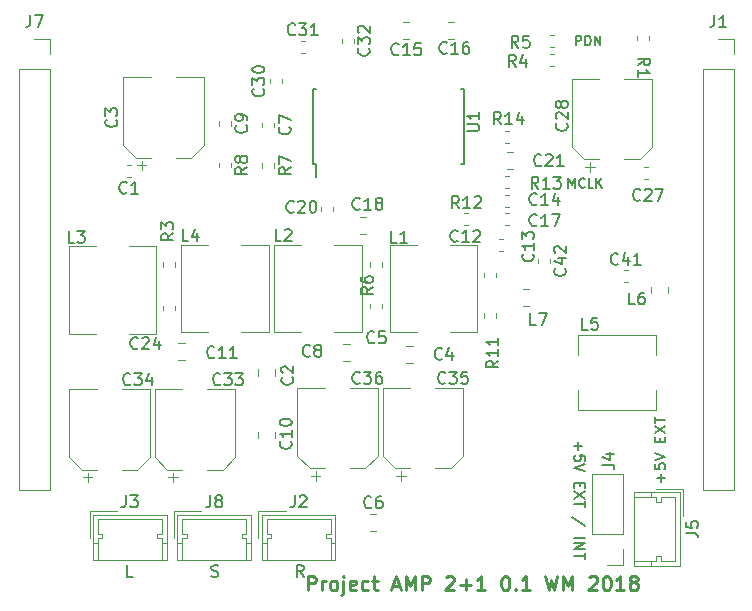
<source format=gbr>
G04 #@! TF.GenerationSoftware,KiCad,Pcbnew,(5.0.0-3-g5ebb6b6)*
G04 #@! TF.CreationDate,2019-05-19T23:28:32+02:00*
G04 #@! TF.ProjectId,Audio Board,417564696F20426F6172642E6B696361,rev?*
G04 #@! TF.SameCoordinates,Original*
G04 #@! TF.FileFunction,Legend,Top*
G04 #@! TF.FilePolarity,Positive*
%FSLAX46Y46*%
G04 Gerber Fmt 4.6, Leading zero omitted, Abs format (unit mm)*
G04 Created by KiCad (PCBNEW (5.0.0-3-g5ebb6b6)) date Sunday, 19 May 2019 at 23:28:32*
%MOMM*%
%LPD*%
G01*
G04 APERTURE LIST*
%ADD10C,0.200000*%
%ADD11C,0.250000*%
%ADD12C,0.120000*%
%ADD13C,0.150000*%
G04 APERTURE END LIST*
D10*
X136004428Y-66528904D02*
X136004428Y-65728904D01*
X136309190Y-65728904D01*
X136385380Y-65767000D01*
X136423476Y-65805095D01*
X136461571Y-65881285D01*
X136461571Y-65995571D01*
X136423476Y-66071761D01*
X136385380Y-66109857D01*
X136309190Y-66147952D01*
X136004428Y-66147952D01*
X136804428Y-66528904D02*
X136804428Y-65728904D01*
X136994904Y-65728904D01*
X137109190Y-65767000D01*
X137185380Y-65843190D01*
X137223476Y-65919380D01*
X137261571Y-66071761D01*
X137261571Y-66186047D01*
X137223476Y-66338428D01*
X137185380Y-66414619D01*
X137109190Y-66490809D01*
X136994904Y-66528904D01*
X136804428Y-66528904D01*
X137604428Y-66528904D02*
X137604428Y-65728904D01*
X138061571Y-66528904D01*
X138061571Y-65728904D01*
X135388523Y-78593904D02*
X135388523Y-77793904D01*
X135655190Y-78365333D01*
X135921857Y-77793904D01*
X135921857Y-78593904D01*
X136759952Y-78517714D02*
X136721857Y-78555809D01*
X136607571Y-78593904D01*
X136531380Y-78593904D01*
X136417095Y-78555809D01*
X136340904Y-78479619D01*
X136302809Y-78403428D01*
X136264714Y-78251047D01*
X136264714Y-78136761D01*
X136302809Y-77984380D01*
X136340904Y-77908190D01*
X136417095Y-77832000D01*
X136531380Y-77793904D01*
X136607571Y-77793904D01*
X136721857Y-77832000D01*
X136759952Y-77870095D01*
X137483761Y-78593904D02*
X137102809Y-78593904D01*
X137102809Y-77793904D01*
X137750428Y-78593904D02*
X137750428Y-77793904D01*
X138207571Y-78593904D02*
X137864714Y-78136761D01*
X138207571Y-77793904D02*
X137750428Y-78251047D01*
X105164285Y-111504761D02*
X105307142Y-111552380D01*
X105545238Y-111552380D01*
X105640476Y-111504761D01*
X105688095Y-111457142D01*
X105735714Y-111361904D01*
X105735714Y-111266666D01*
X105688095Y-111171428D01*
X105640476Y-111123809D01*
X105545238Y-111076190D01*
X105354761Y-111028571D01*
X105259523Y-110980952D01*
X105211904Y-110933333D01*
X105164285Y-110838095D01*
X105164285Y-110742857D01*
X105211904Y-110647619D01*
X105259523Y-110600000D01*
X105354761Y-110552380D01*
X105592857Y-110552380D01*
X105735714Y-110600000D01*
X112959523Y-111552380D02*
X112626190Y-111076190D01*
X112388095Y-111552380D02*
X112388095Y-110552380D01*
X112769047Y-110552380D01*
X112864285Y-110600000D01*
X112911904Y-110647619D01*
X112959523Y-110742857D01*
X112959523Y-110885714D01*
X112911904Y-110980952D01*
X112864285Y-111028571D01*
X112769047Y-111076190D01*
X112388095Y-111076190D01*
X98509523Y-111552380D02*
X98033333Y-111552380D01*
X98033333Y-110552380D01*
X136206714Y-100164714D02*
X136206714Y-100850428D01*
X135863857Y-100507571D02*
X136549571Y-100507571D01*
X136763857Y-101707571D02*
X136763857Y-101279000D01*
X136335285Y-101236142D01*
X136378142Y-101279000D01*
X136421000Y-101364714D01*
X136421000Y-101579000D01*
X136378142Y-101664714D01*
X136335285Y-101707571D01*
X136249571Y-101750428D01*
X136035285Y-101750428D01*
X135949571Y-101707571D01*
X135906714Y-101664714D01*
X135863857Y-101579000D01*
X135863857Y-101364714D01*
X135906714Y-101279000D01*
X135949571Y-101236142D01*
X136763857Y-102007571D02*
X135863857Y-102307571D01*
X136763857Y-102607571D01*
X136335285Y-103593285D02*
X136335285Y-103893285D01*
X135863857Y-104021857D02*
X135863857Y-103593285D01*
X136763857Y-103593285D01*
X136763857Y-104021857D01*
X136763857Y-104321857D02*
X135863857Y-104921857D01*
X136763857Y-104921857D02*
X135863857Y-104321857D01*
X136763857Y-105136142D02*
X136763857Y-105650428D01*
X135863857Y-105393285D02*
X136763857Y-105393285D01*
X136806714Y-107279000D02*
X135649571Y-106507571D01*
X135863857Y-108264714D02*
X136763857Y-108264714D01*
X135863857Y-108693285D02*
X136763857Y-108693285D01*
X135863857Y-109207571D01*
X136763857Y-109207571D01*
X136763857Y-109507571D02*
X136763857Y-110021857D01*
X135863857Y-109764714D02*
X136763857Y-109764714D01*
X143264285Y-103528571D02*
X143264285Y-102842857D01*
X143607142Y-103185714D02*
X142921428Y-103185714D01*
X142707142Y-101985714D02*
X142707142Y-102414285D01*
X143135714Y-102457142D01*
X143092857Y-102414285D01*
X143050000Y-102328571D01*
X143050000Y-102114285D01*
X143092857Y-102028571D01*
X143135714Y-101985714D01*
X143221428Y-101942857D01*
X143435714Y-101942857D01*
X143521428Y-101985714D01*
X143564285Y-102028571D01*
X143607142Y-102114285D01*
X143607142Y-102328571D01*
X143564285Y-102414285D01*
X143521428Y-102457142D01*
X142707142Y-101685714D02*
X143607142Y-101385714D01*
X142707142Y-101085714D01*
X143135714Y-100100000D02*
X143135714Y-99800000D01*
X143607142Y-99671428D02*
X143607142Y-100100000D01*
X142707142Y-100100000D01*
X142707142Y-99671428D01*
X142707142Y-99371428D02*
X143607142Y-98771428D01*
X142707142Y-98771428D02*
X143607142Y-99371428D01*
X142707142Y-98557142D02*
X142707142Y-98042857D01*
X143607142Y-98300000D02*
X142707142Y-98300000D01*
D11*
X113311142Y-112683857D02*
X113311142Y-111483857D01*
X113768285Y-111483857D01*
X113882571Y-111541000D01*
X113939714Y-111598142D01*
X113996857Y-111712428D01*
X113996857Y-111883857D01*
X113939714Y-111998142D01*
X113882571Y-112055285D01*
X113768285Y-112112428D01*
X113311142Y-112112428D01*
X114511142Y-112683857D02*
X114511142Y-111883857D01*
X114511142Y-112112428D02*
X114568285Y-111998142D01*
X114625428Y-111941000D01*
X114739714Y-111883857D01*
X114854000Y-111883857D01*
X115425428Y-112683857D02*
X115311142Y-112626714D01*
X115254000Y-112569571D01*
X115196857Y-112455285D01*
X115196857Y-112112428D01*
X115254000Y-111998142D01*
X115311142Y-111941000D01*
X115425428Y-111883857D01*
X115596857Y-111883857D01*
X115711142Y-111941000D01*
X115768285Y-111998142D01*
X115825428Y-112112428D01*
X115825428Y-112455285D01*
X115768285Y-112569571D01*
X115711142Y-112626714D01*
X115596857Y-112683857D01*
X115425428Y-112683857D01*
X116339714Y-111883857D02*
X116339714Y-112912428D01*
X116282571Y-113026714D01*
X116168285Y-113083857D01*
X116111142Y-113083857D01*
X116339714Y-111483857D02*
X116282571Y-111541000D01*
X116339714Y-111598142D01*
X116396857Y-111541000D01*
X116339714Y-111483857D01*
X116339714Y-111598142D01*
X117368285Y-112626714D02*
X117254000Y-112683857D01*
X117025428Y-112683857D01*
X116911142Y-112626714D01*
X116854000Y-112512428D01*
X116854000Y-112055285D01*
X116911142Y-111941000D01*
X117025428Y-111883857D01*
X117254000Y-111883857D01*
X117368285Y-111941000D01*
X117425428Y-112055285D01*
X117425428Y-112169571D01*
X116854000Y-112283857D01*
X118454000Y-112626714D02*
X118339714Y-112683857D01*
X118111142Y-112683857D01*
X117996857Y-112626714D01*
X117939714Y-112569571D01*
X117882571Y-112455285D01*
X117882571Y-112112428D01*
X117939714Y-111998142D01*
X117996857Y-111941000D01*
X118111142Y-111883857D01*
X118339714Y-111883857D01*
X118454000Y-111941000D01*
X118796857Y-111883857D02*
X119254000Y-111883857D01*
X118968285Y-111483857D02*
X118968285Y-112512428D01*
X119025428Y-112626714D01*
X119139714Y-112683857D01*
X119254000Y-112683857D01*
X120511142Y-112341000D02*
X121082571Y-112341000D01*
X120396857Y-112683857D02*
X120796857Y-111483857D01*
X121196857Y-112683857D01*
X121596857Y-112683857D02*
X121596857Y-111483857D01*
X121996857Y-112341000D01*
X122396857Y-111483857D01*
X122396857Y-112683857D01*
X122968285Y-112683857D02*
X122968285Y-111483857D01*
X123425428Y-111483857D01*
X123539714Y-111541000D01*
X123596857Y-111598142D01*
X123654000Y-111712428D01*
X123654000Y-111883857D01*
X123596857Y-111998142D01*
X123539714Y-112055285D01*
X123425428Y-112112428D01*
X122968285Y-112112428D01*
X125025428Y-111598142D02*
X125082571Y-111541000D01*
X125196857Y-111483857D01*
X125482571Y-111483857D01*
X125596857Y-111541000D01*
X125654000Y-111598142D01*
X125711142Y-111712428D01*
X125711142Y-111826714D01*
X125654000Y-111998142D01*
X124968285Y-112683857D01*
X125711142Y-112683857D01*
X126225428Y-112226714D02*
X127139714Y-112226714D01*
X126682571Y-112683857D02*
X126682571Y-111769571D01*
X128339714Y-112683857D02*
X127654000Y-112683857D01*
X127996857Y-112683857D02*
X127996857Y-111483857D01*
X127882571Y-111655285D01*
X127768285Y-111769571D01*
X127654000Y-111826714D01*
X129996857Y-111483857D02*
X130111142Y-111483857D01*
X130225428Y-111541000D01*
X130282571Y-111598142D01*
X130339714Y-111712428D01*
X130396857Y-111941000D01*
X130396857Y-112226714D01*
X130339714Y-112455285D01*
X130282571Y-112569571D01*
X130225428Y-112626714D01*
X130111142Y-112683857D01*
X129996857Y-112683857D01*
X129882571Y-112626714D01*
X129825428Y-112569571D01*
X129768285Y-112455285D01*
X129711142Y-112226714D01*
X129711142Y-111941000D01*
X129768285Y-111712428D01*
X129825428Y-111598142D01*
X129882571Y-111541000D01*
X129996857Y-111483857D01*
X130911142Y-112569571D02*
X130968285Y-112626714D01*
X130911142Y-112683857D01*
X130854000Y-112626714D01*
X130911142Y-112569571D01*
X130911142Y-112683857D01*
X132111142Y-112683857D02*
X131425428Y-112683857D01*
X131768285Y-112683857D02*
X131768285Y-111483857D01*
X131654000Y-111655285D01*
X131539714Y-111769571D01*
X131425428Y-111826714D01*
X133425428Y-111483857D02*
X133711142Y-112683857D01*
X133939714Y-111826714D01*
X134168285Y-112683857D01*
X134454000Y-111483857D01*
X134911142Y-112683857D02*
X134911142Y-111483857D01*
X135311142Y-112341000D01*
X135711142Y-111483857D01*
X135711142Y-112683857D01*
X137139714Y-111598142D02*
X137196857Y-111541000D01*
X137311142Y-111483857D01*
X137596857Y-111483857D01*
X137711142Y-111541000D01*
X137768285Y-111598142D01*
X137825428Y-111712428D01*
X137825428Y-111826714D01*
X137768285Y-111998142D01*
X137082571Y-112683857D01*
X137825428Y-112683857D01*
X138568285Y-111483857D02*
X138682571Y-111483857D01*
X138796857Y-111541000D01*
X138854000Y-111598142D01*
X138911142Y-111712428D01*
X138968285Y-111941000D01*
X138968285Y-112226714D01*
X138911142Y-112455285D01*
X138854000Y-112569571D01*
X138796857Y-112626714D01*
X138682571Y-112683857D01*
X138568285Y-112683857D01*
X138454000Y-112626714D01*
X138396857Y-112569571D01*
X138339714Y-112455285D01*
X138282571Y-112226714D01*
X138282571Y-111941000D01*
X138339714Y-111712428D01*
X138396857Y-111598142D01*
X138454000Y-111541000D01*
X138568285Y-111483857D01*
X140111142Y-112683857D02*
X139425428Y-112683857D01*
X139768285Y-112683857D02*
X139768285Y-111483857D01*
X139654000Y-111655285D01*
X139539714Y-111769571D01*
X139425428Y-111826714D01*
X140796857Y-111998142D02*
X140682571Y-111941000D01*
X140625428Y-111883857D01*
X140568285Y-111769571D01*
X140568285Y-111712428D01*
X140625428Y-111598142D01*
X140682571Y-111541000D01*
X140796857Y-111483857D01*
X141025428Y-111483857D01*
X141139714Y-111541000D01*
X141196857Y-111598142D01*
X141254000Y-111712428D01*
X141254000Y-111769571D01*
X141196857Y-111883857D01*
X141139714Y-111941000D01*
X141025428Y-111998142D01*
X140796857Y-111998142D01*
X140682571Y-112055285D01*
X140625428Y-112112428D01*
X140568285Y-112226714D01*
X140568285Y-112455285D01*
X140625428Y-112569571D01*
X140682571Y-112626714D01*
X140796857Y-112683857D01*
X141025428Y-112683857D01*
X141139714Y-112626714D01*
X141196857Y-112569571D01*
X141254000Y-112455285D01*
X141254000Y-112226714D01*
X141196857Y-112112428D01*
X141139714Y-112055285D01*
X141025428Y-111998142D01*
D12*
G04 #@! TO.C,C27*
X141800733Y-76833000D02*
X142143267Y-76833000D01*
X141800733Y-77853000D02*
X142143267Y-77853000D01*
G04 #@! TO.C,J1*
X148082000Y-65980000D02*
X149412000Y-65980000D01*
X149412000Y-65980000D02*
X149412000Y-67310000D01*
X149412000Y-68580000D02*
X149412000Y-104200000D01*
X146752000Y-104200000D02*
X149412000Y-104200000D01*
X146752000Y-68580000D02*
X146752000Y-104200000D01*
X146752000Y-68580000D02*
X149412000Y-68580000D01*
G04 #@! TO.C,J4*
X140014000Y-102810000D02*
X137354000Y-102810000D01*
X140014000Y-107950000D02*
X140014000Y-102810000D01*
X137354000Y-107950000D02*
X137354000Y-102810000D01*
X140014000Y-107950000D02*
X137354000Y-107950000D01*
X140014000Y-109220000D02*
X140014000Y-110550000D01*
X140014000Y-110550000D02*
X138684000Y-110550000D01*
G04 #@! TO.C,J7*
X88840000Y-68580000D02*
X91500000Y-68580000D01*
X88840000Y-68580000D02*
X88840000Y-104200000D01*
X88840000Y-104200000D02*
X91500000Y-104200000D01*
X91500000Y-68580000D02*
X91500000Y-104200000D01*
X91500000Y-65980000D02*
X91500000Y-67310000D01*
X90170000Y-65980000D02*
X91500000Y-65980000D01*
G04 #@! TO.C,L5*
X142790000Y-95734000D02*
X142790000Y-97434000D01*
X142790000Y-97434000D02*
X136190000Y-97434000D01*
X136190000Y-97434000D02*
X136190000Y-95734000D01*
X136190000Y-92734000D02*
X136190000Y-91034000D01*
X136190000Y-91034000D02*
X142790000Y-91034000D01*
X142790000Y-91034000D02*
X142790000Y-92734000D01*
G04 #@! TO.C,R1*
X142242000Y-66070267D02*
X142242000Y-65727733D01*
X141222000Y-66070267D02*
X141222000Y-65727733D01*
G04 #@! TO.C,R4*
X134170267Y-68328000D02*
X133827733Y-68328000D01*
X134170267Y-67308000D02*
X133827733Y-67308000D01*
G04 #@! TO.C,R5*
X134170267Y-65657000D02*
X133827733Y-65657000D01*
X134170267Y-66677000D02*
X133827733Y-66677000D01*
D13*
G04 #@! TO.C,U1*
X113767000Y-76581000D02*
X114024500Y-76581000D01*
X113767000Y-70231000D02*
X114024500Y-70231000D01*
X126517000Y-70231000D02*
X126259500Y-70231000D01*
X126517000Y-76581000D02*
X126259500Y-76581000D01*
X113767000Y-76581000D02*
X113767000Y-70231000D01*
X126517000Y-76581000D02*
X126517000Y-70231000D01*
X114024500Y-76581000D02*
X114024500Y-77656000D01*
D12*
G04 #@! TO.C,C1*
X98328267Y-77726000D02*
X97985733Y-77726000D01*
X98328267Y-76706000D02*
X97985733Y-76706000D01*
G04 #@! TO.C,C2*
X110565000Y-93981748D02*
X110565000Y-94504252D01*
X109145000Y-93981748D02*
X109145000Y-94504252D01*
G04 #@! TO.C,C3*
X104502000Y-69267000D02*
X102152000Y-69267000D01*
X97682000Y-69267000D02*
X100032000Y-69267000D01*
X97682000Y-75022563D02*
X97682000Y-69267000D01*
X104502000Y-75022563D02*
X104502000Y-69267000D01*
X103437563Y-76087000D02*
X102152000Y-76087000D01*
X98746437Y-76087000D02*
X100032000Y-76087000D01*
X98746437Y-76087000D02*
X97682000Y-75022563D01*
X103437563Y-76087000D02*
X104502000Y-75022563D01*
X99244500Y-77114500D02*
X99244500Y-76327000D01*
X98850750Y-76720750D02*
X99638250Y-76720750D01*
G04 #@! TO.C,R3*
X101090000Y-85275267D02*
X101090000Y-84932733D01*
X102110000Y-85275267D02*
X102110000Y-84932733D01*
G04 #@! TO.C,R6*
X119636000Y-85275267D02*
X119636000Y-84932733D01*
X118616000Y-85275267D02*
X118616000Y-84932733D01*
G04 #@! TO.C,R7*
X110492000Y-76550733D02*
X110492000Y-76893267D01*
X109472000Y-76550733D02*
X109472000Y-76893267D01*
G04 #@! TO.C,R8*
X105789000Y-76522733D02*
X105789000Y-76865267D01*
X106809000Y-76522733D02*
X106809000Y-76865267D01*
G04 #@! TO.C,R11*
X129288000Y-89593267D02*
X129288000Y-89250733D01*
X128268000Y-89593267D02*
X128268000Y-89250733D01*
G04 #@! TO.C,R12*
X126903267Y-81790000D02*
X126560733Y-81790000D01*
X126903267Y-80770000D02*
X126560733Y-80770000D01*
G04 #@! TO.C,R13*
X130017733Y-77595000D02*
X130360267Y-77595000D01*
X130017733Y-78615000D02*
X130360267Y-78615000D01*
G04 #@! TO.C,R14*
X130003733Y-74805000D02*
X130346267Y-74805000D01*
X130003733Y-73785000D02*
X130346267Y-73785000D01*
G04 #@! TO.C,C33*
X107169000Y-95683000D02*
X104819000Y-95683000D01*
X100349000Y-95683000D02*
X102699000Y-95683000D01*
X100349000Y-101438563D02*
X100349000Y-95683000D01*
X107169000Y-101438563D02*
X107169000Y-95683000D01*
X106104563Y-102503000D02*
X104819000Y-102503000D01*
X101413437Y-102503000D02*
X102699000Y-102503000D01*
X101413437Y-102503000D02*
X100349000Y-101438563D01*
X106104563Y-102503000D02*
X107169000Y-101438563D01*
X101911500Y-103530500D02*
X101911500Y-102743000D01*
X101517750Y-103136750D02*
X102305250Y-103136750D01*
G04 #@! TO.C,C34*
X94278750Y-103136750D02*
X95066250Y-103136750D01*
X94672500Y-103530500D02*
X94672500Y-102743000D01*
X98865563Y-102503000D02*
X99930000Y-101438563D01*
X94174437Y-102503000D02*
X93110000Y-101438563D01*
X94174437Y-102503000D02*
X95460000Y-102503000D01*
X98865563Y-102503000D02*
X97580000Y-102503000D01*
X99930000Y-101438563D02*
X99930000Y-95683000D01*
X93110000Y-101438563D02*
X93110000Y-95683000D01*
X93110000Y-95683000D02*
X95460000Y-95683000D01*
X99930000Y-95683000D02*
X97580000Y-95683000D01*
G04 #@! TO.C,C35*
X126473000Y-95556000D02*
X124123000Y-95556000D01*
X119653000Y-95556000D02*
X122003000Y-95556000D01*
X119653000Y-101311563D02*
X119653000Y-95556000D01*
X126473000Y-101311563D02*
X126473000Y-95556000D01*
X125408563Y-102376000D02*
X124123000Y-102376000D01*
X120717437Y-102376000D02*
X122003000Y-102376000D01*
X120717437Y-102376000D02*
X119653000Y-101311563D01*
X125408563Y-102376000D02*
X126473000Y-101311563D01*
X121215500Y-103403500D02*
X121215500Y-102616000D01*
X120821750Y-103009750D02*
X121609250Y-103009750D01*
G04 #@! TO.C,C36*
X113582750Y-103009750D02*
X114370250Y-103009750D01*
X113976500Y-103403500D02*
X113976500Y-102616000D01*
X118169563Y-102376000D02*
X119234000Y-101311563D01*
X113478437Y-102376000D02*
X112414000Y-101311563D01*
X113478437Y-102376000D02*
X114764000Y-102376000D01*
X118169563Y-102376000D02*
X116884000Y-102376000D01*
X119234000Y-101311563D02*
X119234000Y-95556000D01*
X112414000Y-101311563D02*
X112414000Y-95556000D01*
X112414000Y-95556000D02*
X114764000Y-95556000D01*
X119234000Y-95556000D02*
X116884000Y-95556000D01*
G04 #@! TO.C,L1*
X127652000Y-90822000D02*
X125352000Y-90822000D01*
X127652000Y-83422000D02*
X127652000Y-90822000D01*
X125352000Y-83422000D02*
X127652000Y-83422000D01*
X120252000Y-83422000D02*
X122552000Y-83422000D01*
X120252000Y-90822000D02*
X120252000Y-83422000D01*
X122552000Y-90822000D02*
X120252000Y-90822000D01*
G04 #@! TO.C,L2*
X112773000Y-90847000D02*
X110473000Y-90847000D01*
X110473000Y-90847000D02*
X110473000Y-83447000D01*
X110473000Y-83447000D02*
X112773000Y-83447000D01*
X115573000Y-83447000D02*
X117873000Y-83447000D01*
X117873000Y-83447000D02*
X117873000Y-90847000D01*
X117873000Y-90847000D02*
X115573000Y-90847000D01*
G04 #@! TO.C,L3*
X95374000Y-90974000D02*
X93074000Y-90974000D01*
X93074000Y-90974000D02*
X93074000Y-83574000D01*
X93074000Y-83574000D02*
X95374000Y-83574000D01*
X98174000Y-83574000D02*
X100474000Y-83574000D01*
X100474000Y-83574000D02*
X100474000Y-90974000D01*
X100474000Y-90974000D02*
X98174000Y-90974000D01*
G04 #@! TO.C,L4*
X109999000Y-90822000D02*
X107699000Y-90822000D01*
X109999000Y-83422000D02*
X109999000Y-90822000D01*
X107699000Y-83422000D02*
X109999000Y-83422000D01*
X102599000Y-83422000D02*
X104899000Y-83422000D01*
X102599000Y-90822000D02*
X102599000Y-83422000D01*
X104899000Y-90822000D02*
X102599000Y-90822000D01*
G04 #@! TO.C,C28*
X142475000Y-69394000D02*
X140125000Y-69394000D01*
X135655000Y-69394000D02*
X138005000Y-69394000D01*
X135655000Y-75149563D02*
X135655000Y-69394000D01*
X142475000Y-75149563D02*
X142475000Y-69394000D01*
X141410563Y-76214000D02*
X140125000Y-76214000D01*
X136719437Y-76214000D02*
X138005000Y-76214000D01*
X136719437Y-76214000D02*
X135655000Y-75149563D01*
X141410563Y-76214000D02*
X142475000Y-75149563D01*
X137217500Y-77241500D02*
X137217500Y-76454000D01*
X136823750Y-76847750D02*
X137611250Y-76847750D01*
G04 #@! TO.C,C5*
X119636000Y-88803267D02*
X119636000Y-88460733D01*
X118616000Y-88803267D02*
X118616000Y-88460733D01*
G04 #@! TO.C,C7*
X110492000Y-73121733D02*
X110492000Y-73464267D01*
X109472000Y-73121733D02*
X109472000Y-73464267D01*
G04 #@! TO.C,C9*
X105789000Y-72994733D02*
X105789000Y-73337267D01*
X106809000Y-72994733D02*
X106809000Y-73337267D01*
G04 #@! TO.C,C12*
X129288000Y-85821733D02*
X129288000Y-86164267D01*
X128268000Y-85821733D02*
X128268000Y-86164267D01*
G04 #@! TO.C,C13*
X129481733Y-82929000D02*
X129824267Y-82929000D01*
X129481733Y-83949000D02*
X129824267Y-83949000D01*
G04 #@! TO.C,C14*
X129989733Y-80266000D02*
X130332267Y-80266000D01*
X129989733Y-79246000D02*
X130332267Y-79246000D01*
G04 #@! TO.C,C15*
X121918252Y-64568000D02*
X121395748Y-64568000D01*
X121918252Y-65988000D02*
X121395748Y-65988000D01*
G04 #@! TO.C,C17*
X130017733Y-80770000D02*
X130360267Y-80770000D01*
X130017733Y-81790000D02*
X130360267Y-81790000D01*
G04 #@! TO.C,C18*
X118253252Y-82498000D02*
X117730748Y-82498000D01*
X118253252Y-81078000D02*
X117730748Y-81078000D01*
G04 #@! TO.C,C20*
X115445000Y-80205733D02*
X115445000Y-80548267D01*
X114425000Y-80205733D02*
X114425000Y-80548267D01*
G04 #@! TO.C,C30*
X111127000Y-69753267D02*
X111127000Y-69410733D01*
X110107000Y-69753267D02*
X110107000Y-69410733D01*
G04 #@! TO.C,C31*
X112717733Y-67185000D02*
X113060267Y-67185000D01*
X112717733Y-66165000D02*
X113060267Y-66165000D01*
G04 #@! TO.C,C32*
X117223000Y-65981733D02*
X117223000Y-66324267D01*
X116203000Y-65981733D02*
X116203000Y-66324267D01*
G04 #@! TO.C,C4*
X121667748Y-92000000D02*
X122190252Y-92000000D01*
X121667748Y-93420000D02*
X122190252Y-93420000D01*
G04 #@! TO.C,C6*
X118601748Y-107644000D02*
X119124252Y-107644000D01*
X118601748Y-106224000D02*
X119124252Y-106224000D01*
G04 #@! TO.C,C8*
X116333748Y-91873000D02*
X116856252Y-91873000D01*
X116333748Y-93293000D02*
X116856252Y-93293000D01*
G04 #@! TO.C,C10*
X109145000Y-99297748D02*
X109145000Y-99820252D01*
X110565000Y-99297748D02*
X110565000Y-99820252D01*
G04 #@! TO.C,C11*
X102886252Y-93166000D02*
X102363748Y-93166000D01*
X102886252Y-91746000D02*
X102363748Y-91746000D01*
G04 #@! TO.C,C16*
X125205748Y-65988000D02*
X125728252Y-65988000D01*
X125205748Y-64568000D02*
X125728252Y-64568000D01*
G04 #@! TO.C,C21*
X130699252Y-77037000D02*
X130176748Y-77037000D01*
X130699252Y-75617000D02*
X130176748Y-75617000D01*
G04 #@! TO.C,C24*
X101090000Y-88930267D02*
X101090000Y-88587733D01*
X102110000Y-88930267D02*
X102110000Y-88587733D01*
G04 #@! TO.C,C41*
X140060833Y-86616000D02*
X140403367Y-86616000D01*
X140060833Y-85596000D02*
X140403367Y-85596000D01*
G04 #@! TO.C,C42*
X133809200Y-84625333D02*
X133809200Y-84967867D01*
X132789200Y-84625333D02*
X132789200Y-84967867D01*
G04 #@! TO.C,L6*
X142368200Y-87506552D02*
X142368200Y-86984048D01*
X143788200Y-87506552D02*
X143788200Y-86984048D01*
G04 #@! TO.C,L7*
X132032752Y-87212100D02*
X131510248Y-87212100D01*
X132032752Y-88632100D02*
X131510248Y-88632100D01*
G04 #@! TO.C,J2*
X115260000Y-108300000D02*
X115260000Y-110160000D01*
X114860000Y-108300000D02*
X115260000Y-108300000D01*
X114860000Y-107900000D02*
X114860000Y-108300000D01*
X115260000Y-107900000D02*
X114860000Y-107900000D01*
X115260000Y-106690000D02*
X115260000Y-107900000D01*
X112550000Y-106690000D02*
X115260000Y-106690000D01*
X109840000Y-108300000D02*
X109840000Y-110160000D01*
X110240000Y-108300000D02*
X109840000Y-108300000D01*
X110240000Y-107900000D02*
X110240000Y-108300000D01*
X109840000Y-107900000D02*
X110240000Y-107900000D01*
X109840000Y-106690000D02*
X109840000Y-107900000D01*
X112550000Y-106690000D02*
X109840000Y-106690000D01*
X115660000Y-108700000D02*
X115260000Y-108700000D01*
X109440000Y-108700000D02*
X109840000Y-108700000D01*
X109140000Y-105990000D02*
X109140000Y-108290000D01*
X111440000Y-105990000D02*
X109140000Y-105990000D01*
X115660000Y-106290000D02*
X109440000Y-106290000D01*
X115660000Y-110160000D02*
X115660000Y-106290000D01*
X109440000Y-110160000D02*
X115660000Y-110160000D01*
X109440000Y-106290000D02*
X109440000Y-110160000D01*
G04 #@! TO.C,J3*
X100960000Y-108300000D02*
X100960000Y-110160000D01*
X100560000Y-108300000D02*
X100960000Y-108300000D01*
X100560000Y-107900000D02*
X100560000Y-108300000D01*
X100960000Y-107900000D02*
X100560000Y-107900000D01*
X100960000Y-106690000D02*
X100960000Y-107900000D01*
X98250000Y-106690000D02*
X100960000Y-106690000D01*
X95540000Y-108300000D02*
X95540000Y-110160000D01*
X95940000Y-108300000D02*
X95540000Y-108300000D01*
X95940000Y-107900000D02*
X95940000Y-108300000D01*
X95540000Y-107900000D02*
X95940000Y-107900000D01*
X95540000Y-106690000D02*
X95540000Y-107900000D01*
X98250000Y-106690000D02*
X95540000Y-106690000D01*
X101360000Y-108700000D02*
X100960000Y-108700000D01*
X95140000Y-108700000D02*
X95540000Y-108700000D01*
X94840000Y-105990000D02*
X94840000Y-108290000D01*
X97140000Y-105990000D02*
X94840000Y-105990000D01*
X101360000Y-106290000D02*
X95140000Y-106290000D01*
X101360000Y-110160000D02*
X101360000Y-106290000D01*
X95140000Y-110160000D02*
X101360000Y-110160000D01*
X95140000Y-106290000D02*
X95140000Y-110160000D01*
G04 #@! TO.C,J5*
X144810000Y-104390000D02*
X140940000Y-104390000D01*
X140940000Y-104390000D02*
X140940000Y-110610000D01*
X140940000Y-110610000D02*
X144810000Y-110610000D01*
X144810000Y-110610000D02*
X144810000Y-104390000D01*
X145110000Y-106390000D02*
X145110000Y-104090000D01*
X145110000Y-104090000D02*
X142810000Y-104090000D01*
X142400000Y-104390000D02*
X142400000Y-104790000D01*
X142400000Y-110610000D02*
X142400000Y-110210000D01*
X144410000Y-107500000D02*
X144410000Y-104790000D01*
X144410000Y-104790000D02*
X143200000Y-104790000D01*
X143200000Y-104790000D02*
X143200000Y-105190000D01*
X143200000Y-105190000D02*
X142800000Y-105190000D01*
X142800000Y-105190000D02*
X142800000Y-104790000D01*
X142800000Y-104790000D02*
X140940000Y-104790000D01*
X144410000Y-107500000D02*
X144410000Y-110210000D01*
X144410000Y-110210000D02*
X143200000Y-110210000D01*
X143200000Y-110210000D02*
X143200000Y-109810000D01*
X143200000Y-109810000D02*
X142800000Y-109810000D01*
X142800000Y-109810000D02*
X142800000Y-110210000D01*
X142800000Y-110210000D02*
X140940000Y-110210000D01*
G04 #@! TO.C,J8*
X102290000Y-106290000D02*
X102290000Y-110160000D01*
X102290000Y-110160000D02*
X108510000Y-110160000D01*
X108510000Y-110160000D02*
X108510000Y-106290000D01*
X108510000Y-106290000D02*
X102290000Y-106290000D01*
X104290000Y-105990000D02*
X101990000Y-105990000D01*
X101990000Y-105990000D02*
X101990000Y-108290000D01*
X102290000Y-108700000D02*
X102690000Y-108700000D01*
X108510000Y-108700000D02*
X108110000Y-108700000D01*
X105400000Y-106690000D02*
X102690000Y-106690000D01*
X102690000Y-106690000D02*
X102690000Y-107900000D01*
X102690000Y-107900000D02*
X103090000Y-107900000D01*
X103090000Y-107900000D02*
X103090000Y-108300000D01*
X103090000Y-108300000D02*
X102690000Y-108300000D01*
X102690000Y-108300000D02*
X102690000Y-110160000D01*
X105400000Y-106690000D02*
X108110000Y-106690000D01*
X108110000Y-106690000D02*
X108110000Y-107900000D01*
X108110000Y-107900000D02*
X107710000Y-107900000D01*
X107710000Y-107900000D02*
X107710000Y-108300000D01*
X107710000Y-108300000D02*
X108110000Y-108300000D01*
X108110000Y-108300000D02*
X108110000Y-110160000D01*
G04 #@! TO.C,C27*
D13*
X141470142Y-79605142D02*
X141422523Y-79652761D01*
X141279666Y-79700380D01*
X141184428Y-79700380D01*
X141041571Y-79652761D01*
X140946333Y-79557523D01*
X140898714Y-79462285D01*
X140851095Y-79271809D01*
X140851095Y-79128952D01*
X140898714Y-78938476D01*
X140946333Y-78843238D01*
X141041571Y-78748000D01*
X141184428Y-78700380D01*
X141279666Y-78700380D01*
X141422523Y-78748000D01*
X141470142Y-78795619D01*
X141851095Y-78795619D02*
X141898714Y-78748000D01*
X141993952Y-78700380D01*
X142232047Y-78700380D01*
X142327285Y-78748000D01*
X142374904Y-78795619D01*
X142422523Y-78890857D01*
X142422523Y-78986095D01*
X142374904Y-79128952D01*
X141803476Y-79700380D01*
X142422523Y-79700380D01*
X142755857Y-78700380D02*
X143422523Y-78700380D01*
X142993952Y-79700380D01*
G04 #@! TO.C,J1*
X147748666Y-63992380D02*
X147748666Y-64706666D01*
X147701047Y-64849523D01*
X147605809Y-64944761D01*
X147462952Y-64992380D01*
X147367714Y-64992380D01*
X148748666Y-64992380D02*
X148177238Y-64992380D01*
X148462952Y-64992380D02*
X148462952Y-63992380D01*
X148367714Y-64135238D01*
X148272476Y-64230476D01*
X148177238Y-64278095D01*
G04 #@! TO.C,J4*
X138263380Y-102060333D02*
X138977666Y-102060333D01*
X139120523Y-102107952D01*
X139215761Y-102203190D01*
X139263380Y-102346047D01*
X139263380Y-102441285D01*
X138596714Y-101155571D02*
X139263380Y-101155571D01*
X138215761Y-101393666D02*
X138930047Y-101631761D01*
X138930047Y-101012714D01*
G04 #@! TO.C,J7*
X89836666Y-63992380D02*
X89836666Y-64706666D01*
X89789047Y-64849523D01*
X89693809Y-64944761D01*
X89550952Y-64992380D01*
X89455714Y-64992380D01*
X90217619Y-63992380D02*
X90884285Y-63992380D01*
X90455714Y-64992380D01*
G04 #@! TO.C,L5*
X137037333Y-90622380D02*
X136561142Y-90622380D01*
X136561142Y-89622380D01*
X137846857Y-89622380D02*
X137370666Y-89622380D01*
X137323047Y-90098571D01*
X137370666Y-90050952D01*
X137465904Y-90003333D01*
X137704000Y-90003333D01*
X137799238Y-90050952D01*
X137846857Y-90098571D01*
X137894476Y-90193809D01*
X137894476Y-90431904D01*
X137846857Y-90527142D01*
X137799238Y-90574761D01*
X137704000Y-90622380D01*
X137465904Y-90622380D01*
X137370666Y-90574761D01*
X137323047Y-90527142D01*
G04 #@! TO.C,R1*
X141279619Y-68235533D02*
X141755809Y-67902200D01*
X141279619Y-67664104D02*
X142279619Y-67664104D01*
X142279619Y-68045057D01*
X142232000Y-68140295D01*
X142184380Y-68187914D01*
X142089142Y-68235533D01*
X141946285Y-68235533D01*
X141851047Y-68187914D01*
X141803428Y-68140295D01*
X141755809Y-68045057D01*
X141755809Y-67664104D01*
X141279619Y-69187914D02*
X141279619Y-68616485D01*
X141279619Y-68902200D02*
X142279619Y-68902200D01*
X142136761Y-68806961D01*
X142041523Y-68711723D01*
X141993904Y-68616485D01*
G04 #@! TO.C,R4*
X130922733Y-68346580D02*
X130589400Y-67870390D01*
X130351304Y-68346580D02*
X130351304Y-67346580D01*
X130732257Y-67346580D01*
X130827495Y-67394200D01*
X130875114Y-67441819D01*
X130922733Y-67537057D01*
X130922733Y-67679914D01*
X130875114Y-67775152D01*
X130827495Y-67822771D01*
X130732257Y-67870390D01*
X130351304Y-67870390D01*
X131779876Y-67679914D02*
X131779876Y-68346580D01*
X131541780Y-67298961D02*
X131303685Y-68013247D01*
X131922733Y-68013247D01*
G04 #@! TO.C,R5*
X131151333Y-66746380D02*
X130818000Y-66270190D01*
X130579904Y-66746380D02*
X130579904Y-65746380D01*
X130960857Y-65746380D01*
X131056095Y-65794000D01*
X131103714Y-65841619D01*
X131151333Y-65936857D01*
X131151333Y-66079714D01*
X131103714Y-66174952D01*
X131056095Y-66222571D01*
X130960857Y-66270190D01*
X130579904Y-66270190D01*
X132056095Y-65746380D02*
X131579904Y-65746380D01*
X131532285Y-66222571D01*
X131579904Y-66174952D01*
X131675142Y-66127333D01*
X131913238Y-66127333D01*
X132008476Y-66174952D01*
X132056095Y-66222571D01*
X132103714Y-66317809D01*
X132103714Y-66555904D01*
X132056095Y-66651142D01*
X132008476Y-66698761D01*
X131913238Y-66746380D01*
X131675142Y-66746380D01*
X131579904Y-66698761D01*
X131532285Y-66651142D01*
G04 #@! TO.C,U1*
X126833380Y-73786904D02*
X127642904Y-73786904D01*
X127738142Y-73739285D01*
X127785761Y-73691666D01*
X127833380Y-73596428D01*
X127833380Y-73405952D01*
X127785761Y-73310714D01*
X127738142Y-73263095D01*
X127642904Y-73215476D01*
X126833380Y-73215476D01*
X127833380Y-72215476D02*
X127833380Y-72786904D01*
X127833380Y-72501190D02*
X126833380Y-72501190D01*
X126976238Y-72596428D01*
X127071476Y-72691666D01*
X127119095Y-72786904D01*
G04 #@! TO.C,C1*
X97990333Y-79003142D02*
X97942714Y-79050761D01*
X97799857Y-79098380D01*
X97704619Y-79098380D01*
X97561761Y-79050761D01*
X97466523Y-78955523D01*
X97418904Y-78860285D01*
X97371285Y-78669809D01*
X97371285Y-78526952D01*
X97418904Y-78336476D01*
X97466523Y-78241238D01*
X97561761Y-78146000D01*
X97704619Y-78098380D01*
X97799857Y-78098380D01*
X97942714Y-78146000D01*
X97990333Y-78193619D01*
X98942714Y-79098380D02*
X98371285Y-79098380D01*
X98657000Y-79098380D02*
X98657000Y-78098380D01*
X98561761Y-78241238D01*
X98466523Y-78336476D01*
X98371285Y-78384095D01*
G04 #@! TO.C,C2*
X111990142Y-94654666D02*
X112037761Y-94702285D01*
X112085380Y-94845142D01*
X112085380Y-94940380D01*
X112037761Y-95083238D01*
X111942523Y-95178476D01*
X111847285Y-95226095D01*
X111656809Y-95273714D01*
X111513952Y-95273714D01*
X111323476Y-95226095D01*
X111228238Y-95178476D01*
X111133000Y-95083238D01*
X111085380Y-94940380D01*
X111085380Y-94845142D01*
X111133000Y-94702285D01*
X111180619Y-94654666D01*
X111180619Y-94273714D02*
X111133000Y-94226095D01*
X111085380Y-94130857D01*
X111085380Y-93892761D01*
X111133000Y-93797523D01*
X111180619Y-93749904D01*
X111275857Y-93702285D01*
X111371095Y-93702285D01*
X111513952Y-93749904D01*
X112085380Y-94321333D01*
X112085380Y-93702285D01*
G04 #@! TO.C,C3*
X97099142Y-72843666D02*
X97146761Y-72891285D01*
X97194380Y-73034142D01*
X97194380Y-73129380D01*
X97146761Y-73272238D01*
X97051523Y-73367476D01*
X96956285Y-73415095D01*
X96765809Y-73462714D01*
X96622952Y-73462714D01*
X96432476Y-73415095D01*
X96337238Y-73367476D01*
X96242000Y-73272238D01*
X96194380Y-73129380D01*
X96194380Y-73034142D01*
X96242000Y-72891285D01*
X96289619Y-72843666D01*
X96194380Y-72510333D02*
X96194380Y-71891285D01*
X96575333Y-72224619D01*
X96575333Y-72081761D01*
X96622952Y-71986523D01*
X96670571Y-71938904D01*
X96765809Y-71891285D01*
X97003904Y-71891285D01*
X97099142Y-71938904D01*
X97146761Y-71986523D01*
X97194380Y-72081761D01*
X97194380Y-72367476D01*
X97146761Y-72462714D01*
X97099142Y-72510333D01*
G04 #@! TO.C,R3*
X101925380Y-82462666D02*
X101449190Y-82796000D01*
X101925380Y-83034095D02*
X100925380Y-83034095D01*
X100925380Y-82653142D01*
X100973000Y-82557904D01*
X101020619Y-82510285D01*
X101115857Y-82462666D01*
X101258714Y-82462666D01*
X101353952Y-82510285D01*
X101401571Y-82557904D01*
X101449190Y-82653142D01*
X101449190Y-83034095D01*
X100925380Y-82129333D02*
X100925380Y-81510285D01*
X101306333Y-81843619D01*
X101306333Y-81700761D01*
X101353952Y-81605523D01*
X101401571Y-81557904D01*
X101496809Y-81510285D01*
X101734904Y-81510285D01*
X101830142Y-81557904D01*
X101877761Y-81605523D01*
X101925380Y-81700761D01*
X101925380Y-81986476D01*
X101877761Y-82081714D01*
X101830142Y-82129333D01*
G04 #@! TO.C,R6*
X118816380Y-87034666D02*
X118340190Y-87368000D01*
X118816380Y-87606095D02*
X117816380Y-87606095D01*
X117816380Y-87225142D01*
X117864000Y-87129904D01*
X117911619Y-87082285D01*
X118006857Y-87034666D01*
X118149714Y-87034666D01*
X118244952Y-87082285D01*
X118292571Y-87129904D01*
X118340190Y-87225142D01*
X118340190Y-87606095D01*
X117816380Y-86177523D02*
X117816380Y-86368000D01*
X117864000Y-86463238D01*
X117911619Y-86510857D01*
X118054476Y-86606095D01*
X118244952Y-86653714D01*
X118625904Y-86653714D01*
X118721142Y-86606095D01*
X118768761Y-86558476D01*
X118816380Y-86463238D01*
X118816380Y-86272761D01*
X118768761Y-86177523D01*
X118721142Y-86129904D01*
X118625904Y-86082285D01*
X118387809Y-86082285D01*
X118292571Y-86129904D01*
X118244952Y-86177523D01*
X118197333Y-86272761D01*
X118197333Y-86463238D01*
X118244952Y-86558476D01*
X118292571Y-86606095D01*
X118387809Y-86653714D01*
G04 #@! TO.C,R7*
X111864380Y-76888666D02*
X111388190Y-77222000D01*
X111864380Y-77460095D02*
X110864380Y-77460095D01*
X110864380Y-77079142D01*
X110912000Y-76983904D01*
X110959619Y-76936285D01*
X111054857Y-76888666D01*
X111197714Y-76888666D01*
X111292952Y-76936285D01*
X111340571Y-76983904D01*
X111388190Y-77079142D01*
X111388190Y-77460095D01*
X110864380Y-76555333D02*
X110864380Y-75888666D01*
X111864380Y-76317238D01*
G04 #@! TO.C,R8*
X108181380Y-76860666D02*
X107705190Y-77194000D01*
X108181380Y-77432095D02*
X107181380Y-77432095D01*
X107181380Y-77051142D01*
X107229000Y-76955904D01*
X107276619Y-76908285D01*
X107371857Y-76860666D01*
X107514714Y-76860666D01*
X107609952Y-76908285D01*
X107657571Y-76955904D01*
X107705190Y-77051142D01*
X107705190Y-77432095D01*
X107609952Y-76289238D02*
X107562333Y-76384476D01*
X107514714Y-76432095D01*
X107419476Y-76479714D01*
X107371857Y-76479714D01*
X107276619Y-76432095D01*
X107229000Y-76384476D01*
X107181380Y-76289238D01*
X107181380Y-76098761D01*
X107229000Y-76003523D01*
X107276619Y-75955904D01*
X107371857Y-75908285D01*
X107419476Y-75908285D01*
X107514714Y-75955904D01*
X107562333Y-76003523D01*
X107609952Y-76098761D01*
X107609952Y-76289238D01*
X107657571Y-76384476D01*
X107705190Y-76432095D01*
X107800428Y-76479714D01*
X107990904Y-76479714D01*
X108086142Y-76432095D01*
X108133761Y-76384476D01*
X108181380Y-76289238D01*
X108181380Y-76098761D01*
X108133761Y-76003523D01*
X108086142Y-75955904D01*
X107990904Y-75908285D01*
X107800428Y-75908285D01*
X107705190Y-75955904D01*
X107657571Y-76003523D01*
X107609952Y-76098761D01*
G04 #@! TO.C,R11*
X129446280Y-93251257D02*
X128970090Y-93584590D01*
X129446280Y-93822685D02*
X128446280Y-93822685D01*
X128446280Y-93441733D01*
X128493900Y-93346495D01*
X128541519Y-93298876D01*
X128636757Y-93251257D01*
X128779614Y-93251257D01*
X128874852Y-93298876D01*
X128922471Y-93346495D01*
X128970090Y-93441733D01*
X128970090Y-93822685D01*
X129446280Y-92298876D02*
X129446280Y-92870304D01*
X129446280Y-92584590D02*
X128446280Y-92584590D01*
X128589138Y-92679828D01*
X128684376Y-92775066D01*
X128731995Y-92870304D01*
X129446280Y-91346495D02*
X129446280Y-91917923D01*
X129446280Y-91632209D02*
X128446280Y-91632209D01*
X128589138Y-91727447D01*
X128684376Y-91822685D01*
X128731995Y-91917923D01*
G04 #@! TO.C,R12*
X126103142Y-80335380D02*
X125769809Y-79859190D01*
X125531714Y-80335380D02*
X125531714Y-79335380D01*
X125912666Y-79335380D01*
X126007904Y-79383000D01*
X126055523Y-79430619D01*
X126103142Y-79525857D01*
X126103142Y-79668714D01*
X126055523Y-79763952D01*
X126007904Y-79811571D01*
X125912666Y-79859190D01*
X125531714Y-79859190D01*
X127055523Y-80335380D02*
X126484095Y-80335380D01*
X126769809Y-80335380D02*
X126769809Y-79335380D01*
X126674571Y-79478238D01*
X126579333Y-79573476D01*
X126484095Y-79621095D01*
X127436476Y-79430619D02*
X127484095Y-79383000D01*
X127579333Y-79335380D01*
X127817428Y-79335380D01*
X127912666Y-79383000D01*
X127960285Y-79430619D01*
X128007904Y-79525857D01*
X128007904Y-79621095D01*
X127960285Y-79763952D01*
X127388857Y-80335380D01*
X128007904Y-80335380D01*
G04 #@! TO.C,R13*
X132834142Y-78684380D02*
X132500809Y-78208190D01*
X132262714Y-78684380D02*
X132262714Y-77684380D01*
X132643666Y-77684380D01*
X132738904Y-77732000D01*
X132786523Y-77779619D01*
X132834142Y-77874857D01*
X132834142Y-78017714D01*
X132786523Y-78112952D01*
X132738904Y-78160571D01*
X132643666Y-78208190D01*
X132262714Y-78208190D01*
X133786523Y-78684380D02*
X133215095Y-78684380D01*
X133500809Y-78684380D02*
X133500809Y-77684380D01*
X133405571Y-77827238D01*
X133310333Y-77922476D01*
X133215095Y-77970095D01*
X134119857Y-77684380D02*
X134738904Y-77684380D01*
X134405571Y-78065333D01*
X134548428Y-78065333D01*
X134643666Y-78112952D01*
X134691285Y-78160571D01*
X134738904Y-78255809D01*
X134738904Y-78493904D01*
X134691285Y-78589142D01*
X134643666Y-78636761D01*
X134548428Y-78684380D01*
X134262714Y-78684380D01*
X134167476Y-78636761D01*
X134119857Y-78589142D01*
G04 #@! TO.C,R14*
X129659142Y-73223380D02*
X129325809Y-72747190D01*
X129087714Y-73223380D02*
X129087714Y-72223380D01*
X129468666Y-72223380D01*
X129563904Y-72271000D01*
X129611523Y-72318619D01*
X129659142Y-72413857D01*
X129659142Y-72556714D01*
X129611523Y-72651952D01*
X129563904Y-72699571D01*
X129468666Y-72747190D01*
X129087714Y-72747190D01*
X130611523Y-73223380D02*
X130040095Y-73223380D01*
X130325809Y-73223380D02*
X130325809Y-72223380D01*
X130230571Y-72366238D01*
X130135333Y-72461476D01*
X130040095Y-72509095D01*
X131468666Y-72556714D02*
X131468666Y-73223380D01*
X131230571Y-72175761D02*
X130992476Y-72890047D01*
X131611523Y-72890047D01*
G04 #@! TO.C,C33*
X105910142Y-95226142D02*
X105862523Y-95273761D01*
X105719666Y-95321380D01*
X105624428Y-95321380D01*
X105481571Y-95273761D01*
X105386333Y-95178523D01*
X105338714Y-95083285D01*
X105291095Y-94892809D01*
X105291095Y-94749952D01*
X105338714Y-94559476D01*
X105386333Y-94464238D01*
X105481571Y-94369000D01*
X105624428Y-94321380D01*
X105719666Y-94321380D01*
X105862523Y-94369000D01*
X105910142Y-94416619D01*
X106243476Y-94321380D02*
X106862523Y-94321380D01*
X106529190Y-94702333D01*
X106672047Y-94702333D01*
X106767285Y-94749952D01*
X106814904Y-94797571D01*
X106862523Y-94892809D01*
X106862523Y-95130904D01*
X106814904Y-95226142D01*
X106767285Y-95273761D01*
X106672047Y-95321380D01*
X106386333Y-95321380D01*
X106291095Y-95273761D01*
X106243476Y-95226142D01*
X107195857Y-94321380D02*
X107814904Y-94321380D01*
X107481571Y-94702333D01*
X107624428Y-94702333D01*
X107719666Y-94749952D01*
X107767285Y-94797571D01*
X107814904Y-94892809D01*
X107814904Y-95130904D01*
X107767285Y-95226142D01*
X107719666Y-95273761D01*
X107624428Y-95321380D01*
X107338714Y-95321380D01*
X107243476Y-95273761D01*
X107195857Y-95226142D01*
G04 #@! TO.C,C34*
X98290142Y-95226142D02*
X98242523Y-95273761D01*
X98099666Y-95321380D01*
X98004428Y-95321380D01*
X97861571Y-95273761D01*
X97766333Y-95178523D01*
X97718714Y-95083285D01*
X97671095Y-94892809D01*
X97671095Y-94749952D01*
X97718714Y-94559476D01*
X97766333Y-94464238D01*
X97861571Y-94369000D01*
X98004428Y-94321380D01*
X98099666Y-94321380D01*
X98242523Y-94369000D01*
X98290142Y-94416619D01*
X98623476Y-94321380D02*
X99242523Y-94321380D01*
X98909190Y-94702333D01*
X99052047Y-94702333D01*
X99147285Y-94749952D01*
X99194904Y-94797571D01*
X99242523Y-94892809D01*
X99242523Y-95130904D01*
X99194904Y-95226142D01*
X99147285Y-95273761D01*
X99052047Y-95321380D01*
X98766333Y-95321380D01*
X98671095Y-95273761D01*
X98623476Y-95226142D01*
X100099666Y-94654714D02*
X100099666Y-95321380D01*
X99861571Y-94273761D02*
X99623476Y-94988047D01*
X100242523Y-94988047D01*
G04 #@! TO.C,C35*
X124960142Y-95099142D02*
X124912523Y-95146761D01*
X124769666Y-95194380D01*
X124674428Y-95194380D01*
X124531571Y-95146761D01*
X124436333Y-95051523D01*
X124388714Y-94956285D01*
X124341095Y-94765809D01*
X124341095Y-94622952D01*
X124388714Y-94432476D01*
X124436333Y-94337238D01*
X124531571Y-94242000D01*
X124674428Y-94194380D01*
X124769666Y-94194380D01*
X124912523Y-94242000D01*
X124960142Y-94289619D01*
X125293476Y-94194380D02*
X125912523Y-94194380D01*
X125579190Y-94575333D01*
X125722047Y-94575333D01*
X125817285Y-94622952D01*
X125864904Y-94670571D01*
X125912523Y-94765809D01*
X125912523Y-95003904D01*
X125864904Y-95099142D01*
X125817285Y-95146761D01*
X125722047Y-95194380D01*
X125436333Y-95194380D01*
X125341095Y-95146761D01*
X125293476Y-95099142D01*
X126817285Y-94194380D02*
X126341095Y-94194380D01*
X126293476Y-94670571D01*
X126341095Y-94622952D01*
X126436333Y-94575333D01*
X126674428Y-94575333D01*
X126769666Y-94622952D01*
X126817285Y-94670571D01*
X126864904Y-94765809D01*
X126864904Y-95003904D01*
X126817285Y-95099142D01*
X126769666Y-95146761D01*
X126674428Y-95194380D01*
X126436333Y-95194380D01*
X126341095Y-95146761D01*
X126293476Y-95099142D01*
G04 #@! TO.C,C36*
X117721142Y-95099142D02*
X117673523Y-95146761D01*
X117530666Y-95194380D01*
X117435428Y-95194380D01*
X117292571Y-95146761D01*
X117197333Y-95051523D01*
X117149714Y-94956285D01*
X117102095Y-94765809D01*
X117102095Y-94622952D01*
X117149714Y-94432476D01*
X117197333Y-94337238D01*
X117292571Y-94242000D01*
X117435428Y-94194380D01*
X117530666Y-94194380D01*
X117673523Y-94242000D01*
X117721142Y-94289619D01*
X118054476Y-94194380D02*
X118673523Y-94194380D01*
X118340190Y-94575333D01*
X118483047Y-94575333D01*
X118578285Y-94622952D01*
X118625904Y-94670571D01*
X118673523Y-94765809D01*
X118673523Y-95003904D01*
X118625904Y-95099142D01*
X118578285Y-95146761D01*
X118483047Y-95194380D01*
X118197333Y-95194380D01*
X118102095Y-95146761D01*
X118054476Y-95099142D01*
X119530666Y-94194380D02*
X119340190Y-94194380D01*
X119244952Y-94242000D01*
X119197333Y-94289619D01*
X119102095Y-94432476D01*
X119054476Y-94622952D01*
X119054476Y-95003904D01*
X119102095Y-95099142D01*
X119149714Y-95146761D01*
X119244952Y-95194380D01*
X119435428Y-95194380D01*
X119530666Y-95146761D01*
X119578285Y-95099142D01*
X119625904Y-95003904D01*
X119625904Y-94765809D01*
X119578285Y-94670571D01*
X119530666Y-94622952D01*
X119435428Y-94575333D01*
X119244952Y-94575333D01*
X119149714Y-94622952D01*
X119102095Y-94670571D01*
X119054476Y-94765809D01*
G04 #@! TO.C,L1*
X120864333Y-83256380D02*
X120388142Y-83256380D01*
X120388142Y-82256380D01*
X121721476Y-83256380D02*
X121150047Y-83256380D01*
X121435761Y-83256380D02*
X121435761Y-82256380D01*
X121340523Y-82399238D01*
X121245285Y-82494476D01*
X121150047Y-82542095D01*
G04 #@! TO.C,L2*
X111085333Y-83129380D02*
X110609142Y-83129380D01*
X110609142Y-82129380D01*
X111371047Y-82224619D02*
X111418666Y-82177000D01*
X111513904Y-82129380D01*
X111752000Y-82129380D01*
X111847238Y-82177000D01*
X111894857Y-82224619D01*
X111942476Y-82319857D01*
X111942476Y-82415095D01*
X111894857Y-82557952D01*
X111323428Y-83129380D01*
X111942476Y-83129380D01*
G04 #@! TO.C,L3*
X93559333Y-83256380D02*
X93083142Y-83256380D01*
X93083142Y-82256380D01*
X93797428Y-82256380D02*
X94416476Y-82256380D01*
X94083142Y-82637333D01*
X94226000Y-82637333D01*
X94321238Y-82684952D01*
X94368857Y-82732571D01*
X94416476Y-82827809D01*
X94416476Y-83065904D01*
X94368857Y-83161142D01*
X94321238Y-83208761D01*
X94226000Y-83256380D01*
X93940285Y-83256380D01*
X93845047Y-83208761D01*
X93797428Y-83161142D01*
G04 #@! TO.C,L4*
X103211333Y-83129380D02*
X102735142Y-83129380D01*
X102735142Y-82129380D01*
X103973238Y-82462714D02*
X103973238Y-83129380D01*
X103735142Y-82081761D02*
X103497047Y-82796047D01*
X104116095Y-82796047D01*
G04 #@! TO.C,C28*
X135231142Y-73159857D02*
X135278761Y-73207476D01*
X135326380Y-73350333D01*
X135326380Y-73445571D01*
X135278761Y-73588428D01*
X135183523Y-73683666D01*
X135088285Y-73731285D01*
X134897809Y-73778904D01*
X134754952Y-73778904D01*
X134564476Y-73731285D01*
X134469238Y-73683666D01*
X134374000Y-73588428D01*
X134326380Y-73445571D01*
X134326380Y-73350333D01*
X134374000Y-73207476D01*
X134421619Y-73159857D01*
X134421619Y-72778904D02*
X134374000Y-72731285D01*
X134326380Y-72636047D01*
X134326380Y-72397952D01*
X134374000Y-72302714D01*
X134421619Y-72255095D01*
X134516857Y-72207476D01*
X134612095Y-72207476D01*
X134754952Y-72255095D01*
X135326380Y-72826523D01*
X135326380Y-72207476D01*
X134754952Y-71636047D02*
X134707333Y-71731285D01*
X134659714Y-71778904D01*
X134564476Y-71826523D01*
X134516857Y-71826523D01*
X134421619Y-71778904D01*
X134374000Y-71731285D01*
X134326380Y-71636047D01*
X134326380Y-71445571D01*
X134374000Y-71350333D01*
X134421619Y-71302714D01*
X134516857Y-71255095D01*
X134564476Y-71255095D01*
X134659714Y-71302714D01*
X134707333Y-71350333D01*
X134754952Y-71445571D01*
X134754952Y-71636047D01*
X134802571Y-71731285D01*
X134850190Y-71778904D01*
X134945428Y-71826523D01*
X135135904Y-71826523D01*
X135231142Y-71778904D01*
X135278761Y-71731285D01*
X135326380Y-71636047D01*
X135326380Y-71445571D01*
X135278761Y-71350333D01*
X135231142Y-71302714D01*
X135135904Y-71255095D01*
X134945428Y-71255095D01*
X134850190Y-71302714D01*
X134802571Y-71350333D01*
X134754952Y-71445571D01*
G04 #@! TO.C,C5*
X118959333Y-91670142D02*
X118911714Y-91717761D01*
X118768857Y-91765380D01*
X118673619Y-91765380D01*
X118530761Y-91717761D01*
X118435523Y-91622523D01*
X118387904Y-91527285D01*
X118340285Y-91336809D01*
X118340285Y-91193952D01*
X118387904Y-91003476D01*
X118435523Y-90908238D01*
X118530761Y-90813000D01*
X118673619Y-90765380D01*
X118768857Y-90765380D01*
X118911714Y-90813000D01*
X118959333Y-90860619D01*
X119864095Y-90765380D02*
X119387904Y-90765380D01*
X119340285Y-91241571D01*
X119387904Y-91193952D01*
X119483142Y-91146333D01*
X119721238Y-91146333D01*
X119816476Y-91193952D01*
X119864095Y-91241571D01*
X119911714Y-91336809D01*
X119911714Y-91574904D01*
X119864095Y-91670142D01*
X119816476Y-91717761D01*
X119721238Y-91765380D01*
X119483142Y-91765380D01*
X119387904Y-91717761D01*
X119340285Y-91670142D01*
G04 #@! TO.C,C7*
X111769142Y-73459666D02*
X111816761Y-73507285D01*
X111864380Y-73650142D01*
X111864380Y-73745380D01*
X111816761Y-73888238D01*
X111721523Y-73983476D01*
X111626285Y-74031095D01*
X111435809Y-74078714D01*
X111292952Y-74078714D01*
X111102476Y-74031095D01*
X111007238Y-73983476D01*
X110912000Y-73888238D01*
X110864380Y-73745380D01*
X110864380Y-73650142D01*
X110912000Y-73507285D01*
X110959619Y-73459666D01*
X110864380Y-73126333D02*
X110864380Y-72459666D01*
X111864380Y-72888238D01*
G04 #@! TO.C,C9*
X108086142Y-73332666D02*
X108133761Y-73380285D01*
X108181380Y-73523142D01*
X108181380Y-73618380D01*
X108133761Y-73761238D01*
X108038523Y-73856476D01*
X107943285Y-73904095D01*
X107752809Y-73951714D01*
X107609952Y-73951714D01*
X107419476Y-73904095D01*
X107324238Y-73856476D01*
X107229000Y-73761238D01*
X107181380Y-73618380D01*
X107181380Y-73523142D01*
X107229000Y-73380285D01*
X107276619Y-73332666D01*
X108181380Y-72856476D02*
X108181380Y-72666000D01*
X108133761Y-72570761D01*
X108086142Y-72523142D01*
X107943285Y-72427904D01*
X107752809Y-72380285D01*
X107371857Y-72380285D01*
X107276619Y-72427904D01*
X107229000Y-72475523D01*
X107181380Y-72570761D01*
X107181380Y-72761238D01*
X107229000Y-72856476D01*
X107276619Y-72904095D01*
X107371857Y-72951714D01*
X107609952Y-72951714D01*
X107705190Y-72904095D01*
X107752809Y-72856476D01*
X107800428Y-72761238D01*
X107800428Y-72570761D01*
X107752809Y-72475523D01*
X107705190Y-72427904D01*
X107609952Y-72380285D01*
G04 #@! TO.C,C12*
X126014242Y-83084942D02*
X125966623Y-83132561D01*
X125823766Y-83180180D01*
X125728528Y-83180180D01*
X125585671Y-83132561D01*
X125490433Y-83037323D01*
X125442814Y-82942085D01*
X125395195Y-82751609D01*
X125395195Y-82608752D01*
X125442814Y-82418276D01*
X125490433Y-82323038D01*
X125585671Y-82227800D01*
X125728528Y-82180180D01*
X125823766Y-82180180D01*
X125966623Y-82227800D01*
X126014242Y-82275419D01*
X126966623Y-83180180D02*
X126395195Y-83180180D01*
X126680909Y-83180180D02*
X126680909Y-82180180D01*
X126585671Y-82323038D01*
X126490433Y-82418276D01*
X126395195Y-82465895D01*
X127347576Y-82275419D02*
X127395195Y-82227800D01*
X127490433Y-82180180D01*
X127728528Y-82180180D01*
X127823766Y-82227800D01*
X127871385Y-82275419D01*
X127919004Y-82370657D01*
X127919004Y-82465895D01*
X127871385Y-82608752D01*
X127299957Y-83180180D01*
X127919004Y-83180180D01*
G04 #@! TO.C,C13*
X132360942Y-84221557D02*
X132408561Y-84269176D01*
X132456180Y-84412033D01*
X132456180Y-84507271D01*
X132408561Y-84650128D01*
X132313323Y-84745366D01*
X132218085Y-84792985D01*
X132027609Y-84840604D01*
X131884752Y-84840604D01*
X131694276Y-84792985D01*
X131599038Y-84745366D01*
X131503800Y-84650128D01*
X131456180Y-84507271D01*
X131456180Y-84412033D01*
X131503800Y-84269176D01*
X131551419Y-84221557D01*
X132456180Y-83269176D02*
X132456180Y-83840604D01*
X132456180Y-83554890D02*
X131456180Y-83554890D01*
X131599038Y-83650128D01*
X131694276Y-83745366D01*
X131741895Y-83840604D01*
X131456180Y-82935842D02*
X131456180Y-82316795D01*
X131837133Y-82650128D01*
X131837133Y-82507271D01*
X131884752Y-82412033D01*
X131932371Y-82364414D01*
X132027609Y-82316795D01*
X132265704Y-82316795D01*
X132360942Y-82364414D01*
X132408561Y-82412033D01*
X132456180Y-82507271D01*
X132456180Y-82792985D01*
X132408561Y-82888223D01*
X132360942Y-82935842D01*
G04 #@! TO.C,C14*
X132707142Y-79986142D02*
X132659523Y-80033761D01*
X132516666Y-80081380D01*
X132421428Y-80081380D01*
X132278571Y-80033761D01*
X132183333Y-79938523D01*
X132135714Y-79843285D01*
X132088095Y-79652809D01*
X132088095Y-79509952D01*
X132135714Y-79319476D01*
X132183333Y-79224238D01*
X132278571Y-79129000D01*
X132421428Y-79081380D01*
X132516666Y-79081380D01*
X132659523Y-79129000D01*
X132707142Y-79176619D01*
X133659523Y-80081380D02*
X133088095Y-80081380D01*
X133373809Y-80081380D02*
X133373809Y-79081380D01*
X133278571Y-79224238D01*
X133183333Y-79319476D01*
X133088095Y-79367095D01*
X134516666Y-79414714D02*
X134516666Y-80081380D01*
X134278571Y-79033761D02*
X134040476Y-79748047D01*
X134659523Y-79748047D01*
G04 #@! TO.C,C15*
X121014142Y-67285142D02*
X120966523Y-67332761D01*
X120823666Y-67380380D01*
X120728428Y-67380380D01*
X120585571Y-67332761D01*
X120490333Y-67237523D01*
X120442714Y-67142285D01*
X120395095Y-66951809D01*
X120395095Y-66808952D01*
X120442714Y-66618476D01*
X120490333Y-66523238D01*
X120585571Y-66428000D01*
X120728428Y-66380380D01*
X120823666Y-66380380D01*
X120966523Y-66428000D01*
X121014142Y-66475619D01*
X121966523Y-67380380D02*
X121395095Y-67380380D01*
X121680809Y-67380380D02*
X121680809Y-66380380D01*
X121585571Y-66523238D01*
X121490333Y-66618476D01*
X121395095Y-66666095D01*
X122871285Y-66380380D02*
X122395095Y-66380380D01*
X122347476Y-66856571D01*
X122395095Y-66808952D01*
X122490333Y-66761333D01*
X122728428Y-66761333D01*
X122823666Y-66808952D01*
X122871285Y-66856571D01*
X122918904Y-66951809D01*
X122918904Y-67189904D01*
X122871285Y-67285142D01*
X122823666Y-67332761D01*
X122728428Y-67380380D01*
X122490333Y-67380380D01*
X122395095Y-67332761D01*
X122347476Y-67285142D01*
G04 #@! TO.C,C17*
X132707142Y-81764142D02*
X132659523Y-81811761D01*
X132516666Y-81859380D01*
X132421428Y-81859380D01*
X132278571Y-81811761D01*
X132183333Y-81716523D01*
X132135714Y-81621285D01*
X132088095Y-81430809D01*
X132088095Y-81287952D01*
X132135714Y-81097476D01*
X132183333Y-81002238D01*
X132278571Y-80907000D01*
X132421428Y-80859380D01*
X132516666Y-80859380D01*
X132659523Y-80907000D01*
X132707142Y-80954619D01*
X133659523Y-81859380D02*
X133088095Y-81859380D01*
X133373809Y-81859380D02*
X133373809Y-80859380D01*
X133278571Y-81002238D01*
X133183333Y-81097476D01*
X133088095Y-81145095D01*
X133992857Y-80859380D02*
X134659523Y-80859380D01*
X134230952Y-81859380D01*
G04 #@! TO.C,C18*
X117721142Y-80367142D02*
X117673523Y-80414761D01*
X117530666Y-80462380D01*
X117435428Y-80462380D01*
X117292571Y-80414761D01*
X117197333Y-80319523D01*
X117149714Y-80224285D01*
X117102095Y-80033809D01*
X117102095Y-79890952D01*
X117149714Y-79700476D01*
X117197333Y-79605238D01*
X117292571Y-79510000D01*
X117435428Y-79462380D01*
X117530666Y-79462380D01*
X117673523Y-79510000D01*
X117721142Y-79557619D01*
X118673523Y-80462380D02*
X118102095Y-80462380D01*
X118387809Y-80462380D02*
X118387809Y-79462380D01*
X118292571Y-79605238D01*
X118197333Y-79700476D01*
X118102095Y-79748095D01*
X119244952Y-79890952D02*
X119149714Y-79843333D01*
X119102095Y-79795714D01*
X119054476Y-79700476D01*
X119054476Y-79652857D01*
X119102095Y-79557619D01*
X119149714Y-79510000D01*
X119244952Y-79462380D01*
X119435428Y-79462380D01*
X119530666Y-79510000D01*
X119578285Y-79557619D01*
X119625904Y-79652857D01*
X119625904Y-79700476D01*
X119578285Y-79795714D01*
X119530666Y-79843333D01*
X119435428Y-79890952D01*
X119244952Y-79890952D01*
X119149714Y-79938571D01*
X119102095Y-79986190D01*
X119054476Y-80081428D01*
X119054476Y-80271904D01*
X119102095Y-80367142D01*
X119149714Y-80414761D01*
X119244952Y-80462380D01*
X119435428Y-80462380D01*
X119530666Y-80414761D01*
X119578285Y-80367142D01*
X119625904Y-80271904D01*
X119625904Y-80081428D01*
X119578285Y-79986190D01*
X119530666Y-79938571D01*
X119435428Y-79890952D01*
G04 #@! TO.C,C20*
X112133142Y-80621142D02*
X112085523Y-80668761D01*
X111942666Y-80716380D01*
X111847428Y-80716380D01*
X111704571Y-80668761D01*
X111609333Y-80573523D01*
X111561714Y-80478285D01*
X111514095Y-80287809D01*
X111514095Y-80144952D01*
X111561714Y-79954476D01*
X111609333Y-79859238D01*
X111704571Y-79764000D01*
X111847428Y-79716380D01*
X111942666Y-79716380D01*
X112085523Y-79764000D01*
X112133142Y-79811619D01*
X112514095Y-79811619D02*
X112561714Y-79764000D01*
X112656952Y-79716380D01*
X112895047Y-79716380D01*
X112990285Y-79764000D01*
X113037904Y-79811619D01*
X113085523Y-79906857D01*
X113085523Y-80002095D01*
X113037904Y-80144952D01*
X112466476Y-80716380D01*
X113085523Y-80716380D01*
X113704571Y-79716380D02*
X113799809Y-79716380D01*
X113895047Y-79764000D01*
X113942666Y-79811619D01*
X113990285Y-79906857D01*
X114037904Y-80097333D01*
X114037904Y-80335428D01*
X113990285Y-80525904D01*
X113942666Y-80621142D01*
X113895047Y-80668761D01*
X113799809Y-80716380D01*
X113704571Y-80716380D01*
X113609333Y-80668761D01*
X113561714Y-80621142D01*
X113514095Y-80525904D01*
X113466476Y-80335428D01*
X113466476Y-80097333D01*
X113514095Y-79906857D01*
X113561714Y-79811619D01*
X113609333Y-79764000D01*
X113704571Y-79716380D01*
G04 #@! TO.C,C30*
X109544142Y-70224857D02*
X109591761Y-70272476D01*
X109639380Y-70415333D01*
X109639380Y-70510571D01*
X109591761Y-70653428D01*
X109496523Y-70748666D01*
X109401285Y-70796285D01*
X109210809Y-70843904D01*
X109067952Y-70843904D01*
X108877476Y-70796285D01*
X108782238Y-70748666D01*
X108687000Y-70653428D01*
X108639380Y-70510571D01*
X108639380Y-70415333D01*
X108687000Y-70272476D01*
X108734619Y-70224857D01*
X108639380Y-69891523D02*
X108639380Y-69272476D01*
X109020333Y-69605809D01*
X109020333Y-69462952D01*
X109067952Y-69367714D01*
X109115571Y-69320095D01*
X109210809Y-69272476D01*
X109448904Y-69272476D01*
X109544142Y-69320095D01*
X109591761Y-69367714D01*
X109639380Y-69462952D01*
X109639380Y-69748666D01*
X109591761Y-69843904D01*
X109544142Y-69891523D01*
X108639380Y-68653428D02*
X108639380Y-68558190D01*
X108687000Y-68462952D01*
X108734619Y-68415333D01*
X108829857Y-68367714D01*
X109020333Y-68320095D01*
X109258428Y-68320095D01*
X109448904Y-68367714D01*
X109544142Y-68415333D01*
X109591761Y-68462952D01*
X109639380Y-68558190D01*
X109639380Y-68653428D01*
X109591761Y-68748666D01*
X109544142Y-68796285D01*
X109448904Y-68843904D01*
X109258428Y-68891523D01*
X109020333Y-68891523D01*
X108829857Y-68843904D01*
X108734619Y-68796285D01*
X108687000Y-68748666D01*
X108639380Y-68653428D01*
G04 #@! TO.C,C31*
X112246142Y-65602142D02*
X112198523Y-65649761D01*
X112055666Y-65697380D01*
X111960428Y-65697380D01*
X111817571Y-65649761D01*
X111722333Y-65554523D01*
X111674714Y-65459285D01*
X111627095Y-65268809D01*
X111627095Y-65125952D01*
X111674714Y-64935476D01*
X111722333Y-64840238D01*
X111817571Y-64745000D01*
X111960428Y-64697380D01*
X112055666Y-64697380D01*
X112198523Y-64745000D01*
X112246142Y-64792619D01*
X112579476Y-64697380D02*
X113198523Y-64697380D01*
X112865190Y-65078333D01*
X113008047Y-65078333D01*
X113103285Y-65125952D01*
X113150904Y-65173571D01*
X113198523Y-65268809D01*
X113198523Y-65506904D01*
X113150904Y-65602142D01*
X113103285Y-65649761D01*
X113008047Y-65697380D01*
X112722333Y-65697380D01*
X112627095Y-65649761D01*
X112579476Y-65602142D01*
X114150904Y-65697380D02*
X113579476Y-65697380D01*
X113865190Y-65697380D02*
X113865190Y-64697380D01*
X113769952Y-64840238D01*
X113674714Y-64935476D01*
X113579476Y-64983095D01*
G04 #@! TO.C,C32*
X118467142Y-66795857D02*
X118514761Y-66843476D01*
X118562380Y-66986333D01*
X118562380Y-67081571D01*
X118514761Y-67224428D01*
X118419523Y-67319666D01*
X118324285Y-67367285D01*
X118133809Y-67414904D01*
X117990952Y-67414904D01*
X117800476Y-67367285D01*
X117705238Y-67319666D01*
X117610000Y-67224428D01*
X117562380Y-67081571D01*
X117562380Y-66986333D01*
X117610000Y-66843476D01*
X117657619Y-66795857D01*
X117562380Y-66462523D02*
X117562380Y-65843476D01*
X117943333Y-66176809D01*
X117943333Y-66033952D01*
X117990952Y-65938714D01*
X118038571Y-65891095D01*
X118133809Y-65843476D01*
X118371904Y-65843476D01*
X118467142Y-65891095D01*
X118514761Y-65938714D01*
X118562380Y-66033952D01*
X118562380Y-66319666D01*
X118514761Y-66414904D01*
X118467142Y-66462523D01*
X117657619Y-65462523D02*
X117610000Y-65414904D01*
X117562380Y-65319666D01*
X117562380Y-65081571D01*
X117610000Y-64986333D01*
X117657619Y-64938714D01*
X117752857Y-64891095D01*
X117848095Y-64891095D01*
X117990952Y-64938714D01*
X118562380Y-65510142D01*
X118562380Y-64891095D01*
G04 #@! TO.C,C4*
X124674333Y-93067142D02*
X124626714Y-93114761D01*
X124483857Y-93162380D01*
X124388619Y-93162380D01*
X124245761Y-93114761D01*
X124150523Y-93019523D01*
X124102904Y-92924285D01*
X124055285Y-92733809D01*
X124055285Y-92590952D01*
X124102904Y-92400476D01*
X124150523Y-92305238D01*
X124245761Y-92210000D01*
X124388619Y-92162380D01*
X124483857Y-92162380D01*
X124626714Y-92210000D01*
X124674333Y-92257619D01*
X125531476Y-92495714D02*
X125531476Y-93162380D01*
X125293380Y-92114761D02*
X125055285Y-92829047D01*
X125674333Y-92829047D01*
G04 #@! TO.C,C6*
X118696333Y-105641142D02*
X118648714Y-105688761D01*
X118505857Y-105736380D01*
X118410619Y-105736380D01*
X118267761Y-105688761D01*
X118172523Y-105593523D01*
X118124904Y-105498285D01*
X118077285Y-105307809D01*
X118077285Y-105164952D01*
X118124904Y-104974476D01*
X118172523Y-104879238D01*
X118267761Y-104784000D01*
X118410619Y-104736380D01*
X118505857Y-104736380D01*
X118648714Y-104784000D01*
X118696333Y-104831619D01*
X119553476Y-104736380D02*
X119363000Y-104736380D01*
X119267761Y-104784000D01*
X119220142Y-104831619D01*
X119124904Y-104974476D01*
X119077285Y-105164952D01*
X119077285Y-105545904D01*
X119124904Y-105641142D01*
X119172523Y-105688761D01*
X119267761Y-105736380D01*
X119458238Y-105736380D01*
X119553476Y-105688761D01*
X119601095Y-105641142D01*
X119648714Y-105545904D01*
X119648714Y-105307809D01*
X119601095Y-105212571D01*
X119553476Y-105164952D01*
X119458238Y-105117333D01*
X119267761Y-105117333D01*
X119172523Y-105164952D01*
X119124904Y-105212571D01*
X119077285Y-105307809D01*
G04 #@! TO.C,C8*
X113498333Y-92813142D02*
X113450714Y-92860761D01*
X113307857Y-92908380D01*
X113212619Y-92908380D01*
X113069761Y-92860761D01*
X112974523Y-92765523D01*
X112926904Y-92670285D01*
X112879285Y-92479809D01*
X112879285Y-92336952D01*
X112926904Y-92146476D01*
X112974523Y-92051238D01*
X113069761Y-91956000D01*
X113212619Y-91908380D01*
X113307857Y-91908380D01*
X113450714Y-91956000D01*
X113498333Y-92003619D01*
X114069761Y-92336952D02*
X113974523Y-92289333D01*
X113926904Y-92241714D01*
X113879285Y-92146476D01*
X113879285Y-92098857D01*
X113926904Y-92003619D01*
X113974523Y-91956000D01*
X114069761Y-91908380D01*
X114260238Y-91908380D01*
X114355476Y-91956000D01*
X114403095Y-92003619D01*
X114450714Y-92098857D01*
X114450714Y-92146476D01*
X114403095Y-92241714D01*
X114355476Y-92289333D01*
X114260238Y-92336952D01*
X114069761Y-92336952D01*
X113974523Y-92384571D01*
X113926904Y-92432190D01*
X113879285Y-92527428D01*
X113879285Y-92717904D01*
X113926904Y-92813142D01*
X113974523Y-92860761D01*
X114069761Y-92908380D01*
X114260238Y-92908380D01*
X114355476Y-92860761D01*
X114403095Y-92813142D01*
X114450714Y-92717904D01*
X114450714Y-92527428D01*
X114403095Y-92432190D01*
X114355476Y-92384571D01*
X114260238Y-92336952D01*
G04 #@! TO.C,C10*
X111863142Y-100083857D02*
X111910761Y-100131476D01*
X111958380Y-100274333D01*
X111958380Y-100369571D01*
X111910761Y-100512428D01*
X111815523Y-100607666D01*
X111720285Y-100655285D01*
X111529809Y-100702904D01*
X111386952Y-100702904D01*
X111196476Y-100655285D01*
X111101238Y-100607666D01*
X111006000Y-100512428D01*
X110958380Y-100369571D01*
X110958380Y-100274333D01*
X111006000Y-100131476D01*
X111053619Y-100083857D01*
X111958380Y-99131476D02*
X111958380Y-99702904D01*
X111958380Y-99417190D02*
X110958380Y-99417190D01*
X111101238Y-99512428D01*
X111196476Y-99607666D01*
X111244095Y-99702904D01*
X110958380Y-98512428D02*
X110958380Y-98417190D01*
X111006000Y-98321952D01*
X111053619Y-98274333D01*
X111148857Y-98226714D01*
X111339333Y-98179095D01*
X111577428Y-98179095D01*
X111767904Y-98226714D01*
X111863142Y-98274333D01*
X111910761Y-98321952D01*
X111958380Y-98417190D01*
X111958380Y-98512428D01*
X111910761Y-98607666D01*
X111863142Y-98655285D01*
X111767904Y-98702904D01*
X111577428Y-98750523D01*
X111339333Y-98750523D01*
X111148857Y-98702904D01*
X111053619Y-98655285D01*
X111006000Y-98607666D01*
X110958380Y-98512428D01*
G04 #@! TO.C,C11*
X105402142Y-92940142D02*
X105354523Y-92987761D01*
X105211666Y-93035380D01*
X105116428Y-93035380D01*
X104973571Y-92987761D01*
X104878333Y-92892523D01*
X104830714Y-92797285D01*
X104783095Y-92606809D01*
X104783095Y-92463952D01*
X104830714Y-92273476D01*
X104878333Y-92178238D01*
X104973571Y-92083000D01*
X105116428Y-92035380D01*
X105211666Y-92035380D01*
X105354523Y-92083000D01*
X105402142Y-92130619D01*
X106354523Y-93035380D02*
X105783095Y-93035380D01*
X106068809Y-93035380D02*
X106068809Y-92035380D01*
X105973571Y-92178238D01*
X105878333Y-92273476D01*
X105783095Y-92321095D01*
X107306904Y-93035380D02*
X106735476Y-93035380D01*
X107021190Y-93035380D02*
X107021190Y-92035380D01*
X106925952Y-92178238D01*
X106830714Y-92273476D01*
X106735476Y-92321095D01*
G04 #@! TO.C,C16*
X125087142Y-67159142D02*
X125039523Y-67206761D01*
X124896666Y-67254380D01*
X124801428Y-67254380D01*
X124658571Y-67206761D01*
X124563333Y-67111523D01*
X124515714Y-67016285D01*
X124468095Y-66825809D01*
X124468095Y-66682952D01*
X124515714Y-66492476D01*
X124563333Y-66397238D01*
X124658571Y-66302000D01*
X124801428Y-66254380D01*
X124896666Y-66254380D01*
X125039523Y-66302000D01*
X125087142Y-66349619D01*
X126039523Y-67254380D02*
X125468095Y-67254380D01*
X125753809Y-67254380D02*
X125753809Y-66254380D01*
X125658571Y-66397238D01*
X125563333Y-66492476D01*
X125468095Y-66540095D01*
X126896666Y-66254380D02*
X126706190Y-66254380D01*
X126610952Y-66302000D01*
X126563333Y-66349619D01*
X126468095Y-66492476D01*
X126420476Y-66682952D01*
X126420476Y-67063904D01*
X126468095Y-67159142D01*
X126515714Y-67206761D01*
X126610952Y-67254380D01*
X126801428Y-67254380D01*
X126896666Y-67206761D01*
X126944285Y-67159142D01*
X126991904Y-67063904D01*
X126991904Y-66825809D01*
X126944285Y-66730571D01*
X126896666Y-66682952D01*
X126801428Y-66635333D01*
X126610952Y-66635333D01*
X126515714Y-66682952D01*
X126468095Y-66730571D01*
X126420476Y-66825809D01*
G04 #@! TO.C,C21*
X133088142Y-76684142D02*
X133040523Y-76731761D01*
X132897666Y-76779380D01*
X132802428Y-76779380D01*
X132659571Y-76731761D01*
X132564333Y-76636523D01*
X132516714Y-76541285D01*
X132469095Y-76350809D01*
X132469095Y-76207952D01*
X132516714Y-76017476D01*
X132564333Y-75922238D01*
X132659571Y-75827000D01*
X132802428Y-75779380D01*
X132897666Y-75779380D01*
X133040523Y-75827000D01*
X133088142Y-75874619D01*
X133469095Y-75874619D02*
X133516714Y-75827000D01*
X133611952Y-75779380D01*
X133850047Y-75779380D01*
X133945285Y-75827000D01*
X133992904Y-75874619D01*
X134040523Y-75969857D01*
X134040523Y-76065095D01*
X133992904Y-76207952D01*
X133421476Y-76779380D01*
X134040523Y-76779380D01*
X134992904Y-76779380D02*
X134421476Y-76779380D01*
X134707190Y-76779380D02*
X134707190Y-75779380D01*
X134611952Y-75922238D01*
X134516714Y-76017476D01*
X134421476Y-76065095D01*
G04 #@! TO.C,C24*
X98925142Y-92178142D02*
X98877523Y-92225761D01*
X98734666Y-92273380D01*
X98639428Y-92273380D01*
X98496571Y-92225761D01*
X98401333Y-92130523D01*
X98353714Y-92035285D01*
X98306095Y-91844809D01*
X98306095Y-91701952D01*
X98353714Y-91511476D01*
X98401333Y-91416238D01*
X98496571Y-91321000D01*
X98639428Y-91273380D01*
X98734666Y-91273380D01*
X98877523Y-91321000D01*
X98925142Y-91368619D01*
X99306095Y-91368619D02*
X99353714Y-91321000D01*
X99448952Y-91273380D01*
X99687047Y-91273380D01*
X99782285Y-91321000D01*
X99829904Y-91368619D01*
X99877523Y-91463857D01*
X99877523Y-91559095D01*
X99829904Y-91701952D01*
X99258476Y-92273380D01*
X99877523Y-92273380D01*
X100734666Y-91606714D02*
X100734666Y-92273380D01*
X100496571Y-91225761D02*
X100258476Y-91940047D01*
X100877523Y-91940047D01*
G04 #@! TO.C,C41*
X139589242Y-85033142D02*
X139541623Y-85080761D01*
X139398766Y-85128380D01*
X139303528Y-85128380D01*
X139160671Y-85080761D01*
X139065433Y-84985523D01*
X139017814Y-84890285D01*
X138970195Y-84699809D01*
X138970195Y-84556952D01*
X139017814Y-84366476D01*
X139065433Y-84271238D01*
X139160671Y-84176000D01*
X139303528Y-84128380D01*
X139398766Y-84128380D01*
X139541623Y-84176000D01*
X139589242Y-84223619D01*
X140446385Y-84461714D02*
X140446385Y-85128380D01*
X140208290Y-84080761D02*
X139970195Y-84795047D01*
X140589242Y-84795047D01*
X141494004Y-85128380D02*
X140922576Y-85128380D01*
X141208290Y-85128380D02*
X141208290Y-84128380D01*
X141113052Y-84271238D01*
X141017814Y-84366476D01*
X140922576Y-84414095D01*
G04 #@! TO.C,C42*
X135086342Y-85439457D02*
X135133961Y-85487076D01*
X135181580Y-85629933D01*
X135181580Y-85725171D01*
X135133961Y-85868028D01*
X135038723Y-85963266D01*
X134943485Y-86010885D01*
X134753009Y-86058504D01*
X134610152Y-86058504D01*
X134419676Y-86010885D01*
X134324438Y-85963266D01*
X134229200Y-85868028D01*
X134181580Y-85725171D01*
X134181580Y-85629933D01*
X134229200Y-85487076D01*
X134276819Y-85439457D01*
X134514914Y-84582314D02*
X135181580Y-84582314D01*
X134133961Y-84820409D02*
X134848247Y-85058504D01*
X134848247Y-84439457D01*
X134276819Y-84106123D02*
X134229200Y-84058504D01*
X134181580Y-83963266D01*
X134181580Y-83725171D01*
X134229200Y-83629933D01*
X134276819Y-83582314D01*
X134372057Y-83534695D01*
X134467295Y-83534695D01*
X134610152Y-83582314D01*
X135181580Y-84153742D01*
X135181580Y-83534695D01*
G04 #@! TO.C,L6*
X141006533Y-88488780D02*
X140530342Y-88488780D01*
X140530342Y-87488780D01*
X141768438Y-87488780D02*
X141577961Y-87488780D01*
X141482723Y-87536400D01*
X141435104Y-87584019D01*
X141339866Y-87726876D01*
X141292247Y-87917352D01*
X141292247Y-88298304D01*
X141339866Y-88393542D01*
X141387485Y-88441161D01*
X141482723Y-88488780D01*
X141673200Y-88488780D01*
X141768438Y-88441161D01*
X141816057Y-88393542D01*
X141863676Y-88298304D01*
X141863676Y-88060209D01*
X141816057Y-87964971D01*
X141768438Y-87917352D01*
X141673200Y-87869733D01*
X141482723Y-87869733D01*
X141387485Y-87917352D01*
X141339866Y-87964971D01*
X141292247Y-88060209D01*
G04 #@! TO.C,L7*
X132637233Y-90241380D02*
X132161042Y-90241380D01*
X132161042Y-89241380D01*
X132875328Y-89241380D02*
X133541995Y-89241380D01*
X133113423Y-90241380D01*
G04 #@! TO.C,J2*
X112216666Y-104652380D02*
X112216666Y-105366666D01*
X112169047Y-105509523D01*
X112073809Y-105604761D01*
X111930952Y-105652380D01*
X111835714Y-105652380D01*
X112645238Y-104747619D02*
X112692857Y-104700000D01*
X112788095Y-104652380D01*
X113026190Y-104652380D01*
X113121428Y-104700000D01*
X113169047Y-104747619D01*
X113216666Y-104842857D01*
X113216666Y-104938095D01*
X113169047Y-105080952D01*
X112597619Y-105652380D01*
X113216666Y-105652380D01*
G04 #@! TO.C,J3*
X97916666Y-104652380D02*
X97916666Y-105366666D01*
X97869047Y-105509523D01*
X97773809Y-105604761D01*
X97630952Y-105652380D01*
X97535714Y-105652380D01*
X98297619Y-104652380D02*
X98916666Y-104652380D01*
X98583333Y-105033333D01*
X98726190Y-105033333D01*
X98821428Y-105080952D01*
X98869047Y-105128571D01*
X98916666Y-105223809D01*
X98916666Y-105461904D01*
X98869047Y-105557142D01*
X98821428Y-105604761D01*
X98726190Y-105652380D01*
X98440476Y-105652380D01*
X98345238Y-105604761D01*
X98297619Y-105557142D01*
G04 #@! TO.C,J5*
X145352380Y-107833333D02*
X146066666Y-107833333D01*
X146209523Y-107880952D01*
X146304761Y-107976190D01*
X146352380Y-108119047D01*
X146352380Y-108214285D01*
X145352380Y-106880952D02*
X145352380Y-107357142D01*
X145828571Y-107404761D01*
X145780952Y-107357142D01*
X145733333Y-107261904D01*
X145733333Y-107023809D01*
X145780952Y-106928571D01*
X145828571Y-106880952D01*
X145923809Y-106833333D01*
X146161904Y-106833333D01*
X146257142Y-106880952D01*
X146304761Y-106928571D01*
X146352380Y-107023809D01*
X146352380Y-107261904D01*
X146304761Y-107357142D01*
X146257142Y-107404761D01*
G04 #@! TO.C,J8*
X105066666Y-104652380D02*
X105066666Y-105366666D01*
X105019047Y-105509523D01*
X104923809Y-105604761D01*
X104780952Y-105652380D01*
X104685714Y-105652380D01*
X105685714Y-105080952D02*
X105590476Y-105033333D01*
X105542857Y-104985714D01*
X105495238Y-104890476D01*
X105495238Y-104842857D01*
X105542857Y-104747619D01*
X105590476Y-104700000D01*
X105685714Y-104652380D01*
X105876190Y-104652380D01*
X105971428Y-104700000D01*
X106019047Y-104747619D01*
X106066666Y-104842857D01*
X106066666Y-104890476D01*
X106019047Y-104985714D01*
X105971428Y-105033333D01*
X105876190Y-105080952D01*
X105685714Y-105080952D01*
X105590476Y-105128571D01*
X105542857Y-105176190D01*
X105495238Y-105271428D01*
X105495238Y-105461904D01*
X105542857Y-105557142D01*
X105590476Y-105604761D01*
X105685714Y-105652380D01*
X105876190Y-105652380D01*
X105971428Y-105604761D01*
X106019047Y-105557142D01*
X106066666Y-105461904D01*
X106066666Y-105271428D01*
X106019047Y-105176190D01*
X105971428Y-105128571D01*
X105876190Y-105080952D01*
G04 #@! TD*
M02*

</source>
